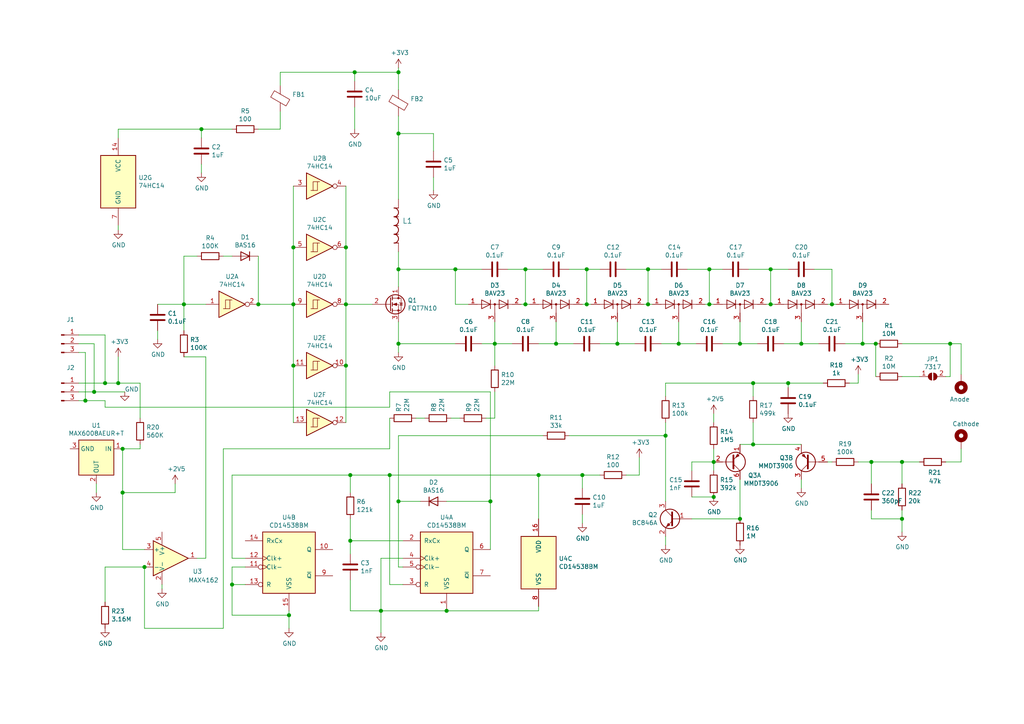
<source format=kicad_sch>
(kicad_sch (version 20201015) (generator eeschema)
  (paper "A4")
  (title_block (title "SafePulse") (date "2021-01-17") (rev "2.01") (company "SafeCast") (comment 1 "Double Sided Version"))
  (junction (at 24.765 116.205) (diameter 1.016))
  (junction (at 27.305 113.665) (diameter 1.016))
  (junction (at 30.48 111.125) (diameter 1.016))
  (junction (at 34.29 111.125) (diameter 1.016))
  (junction (at 35.56 130.175) (diameter 1.016))
  (junction (at 35.56 142.875) (diameter 1.016))
  (junction (at 41.91 164.465) (diameter 1.016))
  (junction (at 53.34 88.265) (diameter 1.016))
  (junction (at 58.42 37.465) (diameter 1.016))
  (junction (at 67.31 169.545) (diameter 1.016))
  (junction (at 74.93 88.265) (diameter 1.016))
  (junction (at 83.82 178.435) (diameter 1.016))
  (junction (at 85.09 71.755) (diameter 1.016))
  (junction (at 85.09 88.265) (diameter 1.016))
  (junction (at 85.09 106.045) (diameter 1.016))
  (junction (at 100.33 71.755) (diameter 1.016))
  (junction (at 100.33 88.265) (diameter 1.016))
  (junction (at 100.33 106.045) (diameter 1.016))
  (junction (at 101.6 137.795) (diameter 1.016))
  (junction (at 101.6 156.845) (diameter 1.016))
  (junction (at 102.87 20.955) (diameter 1.016))
  (junction (at 110.49 177.165) (diameter 1.016))
  (junction (at 113.03 137.795) (diameter 1.016))
  (junction (at 115.57 20.955) (diameter 1.016))
  (junction (at 115.57 38.735) (diameter 1.016))
  (junction (at 115.57 78.105) (diameter 1.016))
  (junction (at 115.57 99.695) (diameter 1.016))
  (junction (at 115.57 145.415) (diameter 1.016))
  (junction (at 129.54 177.165) (diameter 1.016))
  (junction (at 132.08 78.105) (diameter 1.016))
  (junction (at 142.24 145.415) (diameter 1.016))
  (junction (at 143.51 99.695) (diameter 1.016))
  (junction (at 152.4 78.105) (diameter 1.016))
  (junction (at 152.4 88.265) (diameter 1.016))
  (junction (at 156.21 137.795) (diameter 1.016))
  (junction (at 161.29 99.695) (diameter 1.016))
  (junction (at 168.91 137.795) (diameter 1.016))
  (junction (at 170.18 78.105) (diameter 1.016))
  (junction (at 170.18 88.265) (diameter 1.016))
  (junction (at 179.07 99.695) (diameter 1.016))
  (junction (at 187.96 78.105) (diameter 1.016))
  (junction (at 187.96 88.265) (diameter 1.016))
  (junction (at 193.04 126.365) (diameter 1.016))
  (junction (at 196.85 99.695) (diameter 1.016))
  (junction (at 205.74 78.105) (diameter 1.016))
  (junction (at 205.74 88.265) (diameter 1.016))
  (junction (at 207.01 133.985) (diameter 1.016))
  (junction (at 207.01 144.145) (diameter 1.016))
  (junction (at 214.63 99.695) (diameter 1.016))
  (junction (at 214.63 150.495) (diameter 1.016))
  (junction (at 218.44 111.125) (diameter 1.016))
  (junction (at 218.44 128.905) (diameter 1.016))
  (junction (at 223.52 78.105) (diameter 1.016))
  (junction (at 223.52 88.265) (diameter 1.016))
  (junction (at 228.6 111.125) (diameter 1.016))
  (junction (at 232.41 99.695) (diameter 1.016))
  (junction (at 241.3 88.265) (diameter 1.016))
  (junction (at 250.19 99.695) (diameter 1.016))
  (junction (at 252.73 133.985) (diameter 1.016))
  (junction (at 254 99.695) (diameter 1.016))
  (junction (at 261.62 133.985) (diameter 1.016))
  (junction (at 261.62 150.495) (diameter 1.016))
  (junction (at 275.59 99.695) (diameter 1.016))
  (wire (pts (xy 22.86 97.155) (xy 30.48 97.155)))
  (wire (pts (xy 22.86 99.695) (xy 27.305 99.695)))
  (wire (pts (xy 22.86 102.235) (xy 24.765 102.235)))
  (wire (pts (xy 22.86 111.125) (xy 30.48 111.125)))
  (wire (pts (xy 22.86 113.665) (xy 27.305 113.665)))
  (wire (pts (xy 22.86 116.205) (xy 24.765 116.205)))
  (wire (pts (xy 24.765 102.235) (xy 24.765 116.205)))
  (wire (pts (xy 24.765 116.205) (xy 30.48 116.205)))
  (wire (pts (xy 27.305 99.695) (xy 27.305 113.665)))
  (wire (pts (xy 27.305 113.665) (xy 36.195 113.665)))
  (wire (pts (xy 27.94 142.875) (xy 27.94 140.335)))
  (wire (pts (xy 30.48 97.155) (xy 30.48 111.125)))
  (wire (pts (xy 30.48 111.125) (xy 34.29 111.125)))
  (wire (pts (xy 30.48 118.11) (xy 30.48 116.205)))
  (wire (pts (xy 30.48 118.11) (xy 113.03 118.11)))
  (wire (pts (xy 30.48 164.465) (xy 30.48 174.625)))
  (wire (pts (xy 34.29 37.465) (xy 34.29 40.005)))
  (wire (pts (xy 34.29 65.405) (xy 34.29 66.675)))
  (wire (pts (xy 34.29 103.505) (xy 34.29 111.125)))
  (wire (pts (xy 34.29 111.125) (xy 40.64 111.125)))
  (wire (pts (xy 35.56 130.175) (xy 35.56 142.875)))
  (wire (pts (xy 35.56 142.875) (xy 35.56 159.385)))
  (wire (pts (xy 40.64 111.125) (xy 40.64 121.285)))
  (wire (pts (xy 40.64 128.905) (xy 40.64 130.175)))
  (wire (pts (xy 40.64 130.175) (xy 35.56 130.175)))
  (wire (pts (xy 41.91 159.385) (xy 35.56 159.385)))
  (wire (pts (xy 41.91 164.465) (xy 30.48 164.465)))
  (wire (pts (xy 41.91 182.245) (xy 41.91 164.465)))
  (wire (pts (xy 45.72 88.265) (xy 53.34 88.265)))
  (wire (pts (xy 45.72 95.885) (xy 45.72 98.425)))
  (wire (pts (xy 46.99 170.815) (xy 46.99 169.545)))
  (wire (pts (xy 50.8 140.335) (xy 50.8 142.875)))
  (wire (pts (xy 50.8 142.875) (xy 35.56 142.875)))
  (wire (pts (xy 53.34 74.295) (xy 53.34 88.265)))
  (wire (pts (xy 53.34 74.295) (xy 57.15 74.295)))
  (wire (pts (xy 53.34 88.265) (xy 53.34 95.885)))
  (wire (pts (xy 53.34 88.265) (xy 59.69 88.265)))
  (wire (pts (xy 57.15 161.925) (xy 59.69 161.925)))
  (wire (pts (xy 58.42 37.465) (xy 34.29 37.465)))
  (wire (pts (xy 58.42 40.005) (xy 58.42 37.465)))
  (wire (pts (xy 58.42 50.165) (xy 58.42 47.625)))
  (wire (pts (xy 59.69 103.505) (xy 53.34 103.505)))
  (wire (pts (xy 59.69 161.925) (xy 59.69 103.505)))
  (wire (pts (xy 64.77 74.295) (xy 67.31 74.295)))
  (wire (pts (xy 64.77 130.175) (xy 64.77 182.245)))
  (wire (pts (xy 64.77 130.175) (xy 113.03 130.175)))
  (wire (pts (xy 64.77 182.245) (xy 41.91 182.245)))
  (wire (pts (xy 67.31 37.465) (xy 58.42 37.465)))
  (wire (pts (xy 67.31 137.795) (xy 67.31 161.925)))
  (wire (pts (xy 67.31 161.925) (xy 71.12 161.925)))
  (wire (pts (xy 67.31 164.465) (xy 67.31 169.545)))
  (wire (pts (xy 67.31 169.545) (xy 67.31 178.435)))
  (wire (pts (xy 67.31 178.435) (xy 83.82 178.435)))
  (wire (pts (xy 71.12 164.465) (xy 67.31 164.465)))
  (wire (pts (xy 71.12 169.545) (xy 67.31 169.545)))
  (wire (pts (xy 74.93 37.465) (xy 81.28 37.465)))
  (wire (pts (xy 74.93 74.295) (xy 74.93 88.265)))
  (wire (pts (xy 74.93 88.265) (xy 85.09 88.265)))
  (wire (pts (xy 81.28 20.955) (xy 102.87 20.955)))
  (wire (pts (xy 81.28 24.765) (xy 81.28 20.955)))
  (wire (pts (xy 81.28 37.465) (xy 81.28 32.385)))
  (wire (pts (xy 83.82 178.435) (xy 83.82 177.165)))
  (wire (pts (xy 83.82 182.245) (xy 83.82 178.435)))
  (wire (pts (xy 85.09 53.975) (xy 85.09 71.755)))
  (wire (pts (xy 85.09 71.755) (xy 85.09 88.265)))
  (wire (pts (xy 85.09 88.265) (xy 85.09 106.045)))
  (wire (pts (xy 85.09 106.045) (xy 85.09 122.555)))
  (wire (pts (xy 100.33 53.975) (xy 100.33 71.755)))
  (wire (pts (xy 100.33 71.755) (xy 100.33 88.265)))
  (wire (pts (xy 100.33 88.265) (xy 100.33 106.045)))
  (wire (pts (xy 100.33 88.265) (xy 107.95 88.265)))
  (wire (pts (xy 100.33 106.045) (xy 100.33 122.555)))
  (wire (pts (xy 101.6 137.795) (xy 67.31 137.795)))
  (wire (pts (xy 101.6 142.875) (xy 101.6 137.795)))
  (wire (pts (xy 101.6 150.495) (xy 101.6 156.845)))
  (wire (pts (xy 101.6 156.845) (xy 101.6 160.655)))
  (wire (pts (xy 101.6 168.275) (xy 101.6 177.165)))
  (wire (pts (xy 101.6 177.165) (xy 110.49 177.165)))
  (wire (pts (xy 102.87 20.955) (xy 115.57 20.955)))
  (wire (pts (xy 102.87 23.495) (xy 102.87 20.955)))
  (wire (pts (xy 102.87 31.115) (xy 102.87 37.465)))
  (wire (pts (xy 110.49 161.925) (xy 110.49 177.165)))
  (wire (pts (xy 110.49 177.165) (xy 110.49 183.515)))
  (wire (pts (xy 110.49 177.165) (xy 129.54 177.165)))
  (wire (pts (xy 113.03 113.665) (xy 142.24 113.665)))
  (wire (pts (xy 113.03 118.11) (xy 113.03 113.665)))
  (wire (pts (xy 113.03 130.175) (xy 113.03 121.285)))
  (wire (pts (xy 113.03 137.795) (xy 101.6 137.795)))
  (wire (pts (xy 113.03 137.795) (xy 156.21 137.795)))
  (wire (pts (xy 113.03 169.545) (xy 113.03 137.795)))
  (wire (pts (xy 115.57 20.955) (xy 115.57 19.685)))
  (wire (pts (xy 115.57 26.035) (xy 115.57 20.955)))
  (wire (pts (xy 115.57 33.655) (xy 115.57 38.735)))
  (wire (pts (xy 115.57 38.735) (xy 115.57 57.785)))
  (wire (pts (xy 115.57 73.025) (xy 115.57 78.105)))
  (wire (pts (xy 115.57 78.105) (xy 132.08 78.105)))
  (wire (pts (xy 115.57 83.185) (xy 115.57 78.105)))
  (wire (pts (xy 115.57 93.345) (xy 115.57 99.695)))
  (wire (pts (xy 115.57 99.695) (xy 132.08 99.695)))
  (wire (pts (xy 115.57 102.235) (xy 115.57 99.695)))
  (wire (pts (xy 115.57 126.365) (xy 157.48 126.365)))
  (wire (pts (xy 115.57 145.415) (xy 115.57 126.365)))
  (wire (pts (xy 115.57 145.415) (xy 121.92 145.415)))
  (wire (pts (xy 115.57 164.465) (xy 115.57 145.415)))
  (wire (pts (xy 116.84 156.845) (xy 101.6 156.845)))
  (wire (pts (xy 116.84 161.925) (xy 110.49 161.925)))
  (wire (pts (xy 116.84 164.465) (xy 115.57 164.465)))
  (wire (pts (xy 116.84 169.545) (xy 113.03 169.545)))
  (wire (pts (xy 120.65 121.285) (xy 123.19 121.285)))
  (wire (pts (xy 125.73 38.735) (xy 115.57 38.735)))
  (wire (pts (xy 125.73 43.815) (xy 125.73 38.735)))
  (wire (pts (xy 125.73 55.245) (xy 125.73 51.435)))
  (wire (pts (xy 129.54 145.415) (xy 142.24 145.415)))
  (wire (pts (xy 129.54 177.165) (xy 156.21 177.165)))
  (wire (pts (xy 130.81 121.285) (xy 133.35 121.285)))
  (wire (pts (xy 132.08 78.105) (xy 132.08 88.265)))
  (wire (pts (xy 135.89 88.265) (xy 132.08 88.265)))
  (wire (pts (xy 139.7 78.105) (xy 132.08 78.105)))
  (wire (pts (xy 139.7 99.695) (xy 143.51 99.695)))
  (wire (pts (xy 140.97 121.285) (xy 143.51 121.285)))
  (wire (pts (xy 142.24 113.665) (xy 142.24 145.415)))
  (wire (pts (xy 142.24 145.415) (xy 142.24 159.385)))
  (wire (pts (xy 143.51 93.345) (xy 143.51 99.695)))
  (wire (pts (xy 143.51 99.695) (xy 148.59 99.695)))
  (wire (pts (xy 143.51 106.045) (xy 143.51 99.695)))
  (wire (pts (xy 143.51 113.665) (xy 143.51 121.285)))
  (wire (pts (xy 151.13 88.265) (xy 152.4 88.265)))
  (wire (pts (xy 152.4 78.105) (xy 147.32 78.105)))
  (wire (pts (xy 152.4 88.265) (xy 152.4 78.105)))
  (wire (pts (xy 152.4 88.265) (xy 153.67 88.265)))
  (wire (pts (xy 156.21 99.695) (xy 161.29 99.695)))
  (wire (pts (xy 156.21 137.795) (xy 168.91 137.795)))
  (wire (pts (xy 156.21 150.495) (xy 156.21 137.795)))
  (wire (pts (xy 156.21 177.165) (xy 156.21 175.895)))
  (wire (pts (xy 157.48 78.105) (xy 152.4 78.105)))
  (wire (pts (xy 161.29 93.345) (xy 161.29 99.695)))
  (wire (pts (xy 161.29 99.695) (xy 166.37 99.695)))
  (wire (pts (xy 165.1 78.105) (xy 170.18 78.105)))
  (wire (pts (xy 165.1 126.365) (xy 193.04 126.365)))
  (wire (pts (xy 168.91 88.265) (xy 170.18 88.265)))
  (wire (pts (xy 168.91 137.795) (xy 173.99 137.795)))
  (wire (pts (xy 168.91 141.605) (xy 168.91 137.795)))
  (wire (pts (xy 168.91 149.225) (xy 168.91 151.765)))
  (wire (pts (xy 170.18 78.105) (xy 173.99 78.105)))
  (wire (pts (xy 170.18 88.265) (xy 170.18 78.105)))
  (wire (pts (xy 170.18 88.265) (xy 171.45 88.265)))
  (wire (pts (xy 173.99 99.695) (xy 179.07 99.695)))
  (wire (pts (xy 179.07 93.345) (xy 179.07 99.695)))
  (wire (pts (xy 179.07 99.695) (xy 184.15 99.695)))
  (wire (pts (xy 181.61 78.105) (xy 187.96 78.105)))
  (wire (pts (xy 181.61 137.795) (xy 185.42 137.795)))
  (wire (pts (xy 185.42 137.795) (xy 185.42 132.715)))
  (wire (pts (xy 186.69 88.265) (xy 187.96 88.265)))
  (wire (pts (xy 187.96 78.105) (xy 191.77 78.105)))
  (wire (pts (xy 187.96 88.265) (xy 187.96 78.105)))
  (wire (pts (xy 187.96 88.265) (xy 189.23 88.265)))
  (wire (pts (xy 191.77 99.695) (xy 196.85 99.695)))
  (wire (pts (xy 193.04 111.125) (xy 193.04 114.935)))
  (wire (pts (xy 193.04 111.125) (xy 218.44 111.125)))
  (wire (pts (xy 193.04 122.555) (xy 193.04 126.365)))
  (wire (pts (xy 193.04 126.365) (xy 193.04 145.415)))
  (wire (pts (xy 193.04 158.115) (xy 193.04 155.575)))
  (wire (pts (xy 196.85 93.345) (xy 196.85 99.695)))
  (wire (pts (xy 196.85 99.695) (xy 201.93 99.695)))
  (wire (pts (xy 199.39 78.105) (xy 205.74 78.105)))
  (wire (pts (xy 200.66 133.985) (xy 207.01 133.985)))
  (wire (pts (xy 200.66 136.525) (xy 200.66 133.985)))
  (wire (pts (xy 200.66 144.145) (xy 207.01 144.145)))
  (wire (pts (xy 200.66 150.495) (xy 214.63 150.495)))
  (wire (pts (xy 204.47 88.265) (xy 205.74 88.265)))
  (wire (pts (xy 205.74 78.105) (xy 209.55 78.105)))
  (wire (pts (xy 205.74 88.265) (xy 205.74 78.105)))
  (wire (pts (xy 205.74 88.265) (xy 207.01 88.265)))
  (wire (pts (xy 207.01 120.015) (xy 207.01 122.555)))
  (wire (pts (xy 207.01 130.175) (xy 207.01 133.985)))
  (wire (pts (xy 207.01 133.985) (xy 207.01 136.525)))
  (wire (pts (xy 209.55 99.695) (xy 214.63 99.695)))
  (wire (pts (xy 214.63 93.345) (xy 214.63 99.695)))
  (wire (pts (xy 214.63 99.695) (xy 219.71 99.695)))
  (wire (pts (xy 214.63 128.905) (xy 218.44 128.905)))
  (wire (pts (xy 214.63 139.065) (xy 214.63 150.495)))
  (wire (pts (xy 217.17 78.105) (xy 223.52 78.105)))
  (wire (pts (xy 218.44 111.125) (xy 218.44 114.935)))
  (wire (pts (xy 218.44 111.125) (xy 228.6 111.125)))
  (wire (pts (xy 218.44 122.555) (xy 218.44 128.905)))
  (wire (pts (xy 218.44 128.905) (xy 232.41 128.905)))
  (wire (pts (xy 222.25 88.265) (xy 223.52 88.265)))
  (wire (pts (xy 223.52 78.105) (xy 228.6 78.105)))
  (wire (pts (xy 223.52 88.265) (xy 223.52 78.105)))
  (wire (pts (xy 223.52 88.265) (xy 224.79 88.265)))
  (wire (pts (xy 227.33 99.695) (xy 232.41 99.695)))
  (wire (pts (xy 228.6 111.125) (xy 228.6 112.395)))
  (wire (pts (xy 228.6 111.125) (xy 238.76 111.125)))
  (wire (pts (xy 232.41 93.345) (xy 232.41 99.695)))
  (wire (pts (xy 232.41 99.695) (xy 237.49 99.695)))
  (wire (pts (xy 232.41 141.605) (xy 232.41 139.065)))
  (wire (pts (xy 236.22 78.105) (xy 241.3 78.105)))
  (wire (pts (xy 240.03 88.265) (xy 241.3 88.265)))
  (wire (pts (xy 240.03 133.985) (xy 241.3 133.985)))
  (wire (pts (xy 241.3 78.105) (xy 241.3 88.265)))
  (wire (pts (xy 241.3 88.265) (xy 242.57 88.265)))
  (wire (pts (xy 245.11 99.695) (xy 250.19 99.695)))
  (wire (pts (xy 246.38 111.125) (xy 248.92 111.125)))
  (wire (pts (xy 248.92 111.125) (xy 248.92 108.585)))
  (wire (pts (xy 248.92 133.985) (xy 252.73 133.985)))
  (wire (pts (xy 250.19 93.345) (xy 250.19 99.695)))
  (wire (pts (xy 250.19 99.695) (xy 254 99.695)))
  (wire (pts (xy 252.73 133.985) (xy 252.73 140.335)))
  (wire (pts (xy 252.73 133.985) (xy 261.62 133.985)))
  (wire (pts (xy 252.73 147.955) (xy 252.73 150.495)))
  (wire (pts (xy 252.73 150.495) (xy 261.62 150.495)))
  (wire (pts (xy 254 109.22) (xy 254 99.695)))
  (wire (pts (xy 261.62 99.695) (xy 275.59 99.695)))
  (wire (pts (xy 261.62 109.22) (xy 266.7 109.22)))
  (wire (pts (xy 261.62 133.985) (xy 261.62 140.335)))
  (wire (pts (xy 261.62 133.985) (xy 266.7 133.985)))
  (wire (pts (xy 261.62 147.955) (xy 261.62 150.495)))
  (wire (pts (xy 261.62 150.495) (xy 261.62 154.305)))
  (wire (pts (xy 274.32 109.22) (xy 275.59 109.22)))
  (wire (pts (xy 274.32 133.985) (xy 278.765 133.985)))
  (wire (pts (xy 275.59 99.695) (xy 278.765 99.695)))
  (wire (pts (xy 275.59 109.22) (xy 275.59 99.695)))
  (wire (pts (xy 278.765 99.695) (xy 278.765 108.585)))
  (wire (pts (xy 278.765 133.985) (xy 278.765 130.175)))
  (symbol (lib_id "power:+3.3V") (at 34.29 103.505 0) (unit 1)
    (property "Reference" "#PWR04" (effects hide))
    (property "Value" "+3.3V" (at 34.671 99.1108 0))
  )
  (symbol (lib_id "power:+2V5") (at 50.8 140.335 0) (unit 1)
    (property "Reference" "#PWR08" (effects hide))
    (property "Value" "+2V5" (at 51.1683 136.0106 0))
  )
  (symbol (lib_id "power:+3.3V") (at 115.57 19.685 0) (unit 1)
    (property "Reference" "#PWR013" (effects hide))
    (property "Value" "+3.3V" (at 115.951 15.2908 0))
  )
  (symbol (lib_id "power:+3.3V") (at 185.42 132.715 0) (unit 1)
    (property "Reference" "#PWR017" (effects hide))
    (property "Value" "+3.3V" (at 185.801 128.3208 0))
  )
  (symbol (lib_id "power:+2V5") (at 207.01 120.015 0) (unit 1)
    (property "Reference" "#PWR019" (effects hide))
    (property "Value" "+2V5" (at 207.3783 115.6906 0))
  )
  (symbol (lib_id "power:+3V3") (at 248.92 108.585 0) (unit 1)
    (property "Reference" "#PWR024" (effects hide))
    (property "Value" "+3V3" (at 249.2883 104.2606 0))
  )
  (symbol (lib_id "power:GND") (at 27.94 142.875 0) (unit 1)
    (property "Reference" "#PWR01" (effects hide))
    (property "Value" "GND" (at 28.067 147.2692 0))
  )
  (symbol (lib_id "power:GND") (at 30.48 182.245 0) (unit 1)
    (property "Reference" "#PWR02" (effects hide))
    (property "Value" "GND" (at 30.607 186.6392 0))
  )
  (symbol (lib_id "power:GND") (at 34.29 66.675 0) (unit 1)
    (property "Reference" "#PWR03" (effects hide))
    (property "Value" "GND" (at 34.417 71.0692 0))
  )
  (symbol (lib_id "power:GND") (at 36.195 113.665 0) (unit 1)
    (property "Reference" "#PWR05" (effects hide))
    (property "Value" "GND" (at 38.2143 112.9094 0))
  )
  (symbol (lib_id "power:GND") (at 45.72 98.425 0) (unit 1)
    (property "Reference" "#PWR06" (effects hide))
    (property "Value" "GND" (at 45.847 102.8192 0))
  )
  (symbol (lib_id "power:GND") (at 46.99 170.815 0) (unit 1)
    (property "Reference" "#PWR07" (effects hide))
    (property "Value" "GND" (at 47.117 175.2092 0))
  )
  (symbol (lib_id "power:GND") (at 58.42 50.165 0) (unit 1)
    (property "Reference" "#PWR09" (effects hide))
    (property "Value" "GND" (at 58.547 54.5592 0))
  )
  (symbol (lib_id "power:GND") (at 83.82 182.245 0) (unit 1)
    (property "Reference" "#PWR010" (effects hide))
    (property "Value" "GND" (at 83.947 186.6392 0))
  )
  (symbol (lib_id "power:GND") (at 102.87 37.465 0) (unit 1)
    (property "Reference" "#PWR011" (effects hide))
    (property "Value" "GND" (at 102.997 41.8592 0))
  )
  (symbol (lib_id "power:GND") (at 110.49 183.515 0) (unit 1)
    (property "Reference" "#PWR012" (effects hide))
    (property "Value" "GND" (at 110.617 187.9092 0))
  )
  (symbol (lib_id "power:GND") (at 115.57 102.235 0) (unit 1)
    (property "Reference" "#PWR014" (effects hide))
    (property "Value" "GND" (at 115.697 106.6292 0))
  )
  (symbol (lib_id "power:GND") (at 125.73 55.245 0) (unit 1)
    (property "Reference" "#PWR015" (effects hide))
    (property "Value" "GND" (at 125.857 59.6392 0))
  )
  (symbol (lib_id "power:GND") (at 168.91 151.765 0) (unit 1)
    (property "Reference" "#PWR016" (effects hide))
    (property "Value" "GND" (at 169.037 156.1592 0))
  )
  (symbol (lib_id "power:GND") (at 193.04 158.115 0) (unit 1)
    (property "Reference" "#PWR018" (effects hide))
    (property "Value" "GND" (at 193.167 162.5092 0))
  )
  (symbol (lib_id "power:GND") (at 207.01 144.145 0) (unit 1)
    (property "Reference" "#PWR020" (effects hide))
    (property "Value" "GND" (at 207.1243 148.4694 0))
  )
  (symbol (lib_id "power:GND") (at 214.63 158.115 0) (unit 1)
    (property "Reference" "#PWR021" (effects hide))
    (property "Value" "GND" (at 214.7443 162.4394 0))
  )
  (symbol (lib_id "power:GND") (at 228.6 120.015 0) (unit 1)
    (property "Reference" "#PWR022" (effects hide))
    (property "Value" "GND" (at 228.7143 124.3394 0))
  )
  (symbol (lib_id "power:GND") (at 232.41 141.605 0) (unit 1)
    (property "Reference" "#PWR023" (effects hide))
    (property "Value" "GND" (at 232.537 145.9992 0))
  )
  (symbol (lib_id "power:GND") (at 261.62 154.305 0) (unit 1)
    (property "Reference" "#PWR025" (effects hide))
    (property "Value" "GND" (at 261.7343 158.6294 0))
  )
  (symbol (lib_id "Device:R") (at 30.48 178.435 0) (unit 1)
    (property "Reference" "R23" (at 32.258 177.267 0) (effects (justify left)))
    (property "Value" "3.16M" (at 32.258 179.578 0) (effects (justify left)))
    (property "Footprint" "Resistor_SMD:R_0805_2012Metric" (effects hide))
    (property "Datasheet" "https://www.digikey.com/en/products/detail/yageo/RC0805FR-073M16L/727809" (effects hide))
  )
  (symbol (lib_id "Device:R") (at 40.64 125.095 0) (unit 1)
    (property "Reference" "R20" (at 42.418 123.927 0) (effects (justify left)))
    (property "Value" "560K" (at 42.418 126.238 0) (effects (justify left)))
    (property "Footprint" "Resistor_SMD:R_0805_2012Metric" (effects hide))
    (property "Datasheet" "https://www.digikey.com/en/products/detail/yageo/RT0805FRE07560KL/1079317" (effects hide))
  )
  (symbol (lib_id "Device:R") (at 53.34 99.695 0) (unit 1)
    (property "Reference" "R3" (at 55.118 98.5266 0) (effects (justify left)))
    (property "Value" "100K" (at 55.118 100.838 0) (effects (justify left)))
    (property "Footprint" "Resistor_SMD:R_0805_2012Metric" (effects hide))
    (property "Datasheet" "https://www.digikey.com/en/products/detail/stackpole-electronics-inc/RMCF0805FT100K/1760712" (effects hide))
  )
  (symbol (lib_id "Device:R") (at 60.96 74.295 90) (unit 1)
    (property "Reference" "R4" (at 60.96 69.0372 90))
    (property "Value" "100K" (at 60.96 71.3486 90))
    (property "Footprint" "Resistor_SMD:R_0805_2012Metric" (effects hide))
    (property "Datasheet" "https://www.digikey.com/en/products/detail/stackpole-electronics-inc/RMCF0805FT100K/1760712" (effects hide))
  )
  (symbol (lib_id "Device:R") (at 71.12 37.465 90) (unit 1)
    (property "Reference" "R5" (at 71.12 32.2072 90))
    (property "Value" "100" (at 71.12 34.519 90))
    (property "Footprint" "Resistor_SMD:R_0805_2012Metric" (effects hide))
    (property "Datasheet" "https://www.digikey.com/en/products/detail/te-connectivity-passive-product/CRG0805F100R/2380830" (effects hide))
  )
  (symbol (lib_id "Device:R") (at 101.6 146.685 0) (unit 1)
    (property "Reference" "R6" (at 103.378 145.5166 0) (effects (justify left)))
    (property "Value" "121k" (at 103.378 147.828 0) (effects (justify left)))
    (property "Footprint" "Resistor_SMD:R_0805_2012Metric" (effects hide))
    (property "Datasheet" "https://www.digikey.com/en/products/detail/koa-speer-electronics-inc/RK73H2ATTD1213F/10235721" (effects hide))
  )
  (symbol (lib_id "Device:R") (at 116.84 121.285 90) (unit 1)
    (property "Reference" "R7" (at 115.6716 119.507 0) (effects (justify left)))
    (property "Value" "22M" (at 117.983 119.507 0) (effects (justify left)))
    (property "Footprint" "Resistor_SMD:R_0805_2012Metric" (effects hide))
    (property "Datasheet" "https://www.digikey.com/en/products/detail/stackpole-electronics-inc/RMCF0805FT22M0/6053747" (effects hide))
  )
  (symbol (lib_id "Device:R") (at 127 121.285 90) (unit 1)
    (property "Reference" "R8" (at 125.8316 119.507 0) (effects (justify left)))
    (property "Value" "22M" (at 128.143 119.507 0) (effects (justify left)))
    (property "Footprint" "Resistor_SMD:R_0805_2012Metric" (effects hide))
    (property "Datasheet" "https://www.digikey.com/en/products/detail/stackpole-electronics-inc/RMCF0805FT22M0/6053747" (effects hide))
  )
  (symbol (lib_id "Device:R") (at 137.16 121.285 90) (unit 1)
    (property "Reference" "R9" (at 135.9916 119.507 0) (effects (justify left)))
    (property "Value" "22M" (at 138.303 119.507 0) (effects (justify left)))
    (property "Footprint" "Resistor_SMD:R_0805_2012Metric" (effects hide))
    (property "Datasheet" "https://www.digikey.com/en/products/detail/stackpole-electronics-inc/RMCF0805FT22M0/6053747" (effects hide))
  )
  (symbol (lib_id "Device:R") (at 143.51 109.855 0) (unit 1)
    (property "Reference" "R10" (at 145.288 108.6866 0) (effects (justify left)))
    (property "Value" "22M" (at 145.288 110.998 0) (effects (justify left)))
    (property "Footprint" "Resistor_SMD:R_0805_2012Metric" (effects hide))
    (property "Datasheet" "https://www.digikey.com/en/products/detail/stackpole-electronics-inc/RMCF0805FT22M0/6053747" (effects hide))
  )
  (symbol (lib_id "Device:R") (at 161.29 126.365 90) (unit 1)
    (property "Reference" "R11" (at 161.29 121.1072 90))
    (property "Value" "33k" (at 161.29 123.4186 90))
    (property "Footprint" "Resistor_SMD:R_0805_2012Metric" (effects hide))
    (property "Datasheet" "https://www.digikey.com/en/products/detail/te-connectivity-passive-product/CRGCQ0805F33K/8576369" (effects hide))
  )
  (symbol (lib_id "Device:R") (at 177.8 137.795 270) (unit 1)
    (property "Reference" "R12" (at 177.8 132.5372 90))
    (property "Value" "100" (at 177.8 134.8486 90))
    (property "Footprint" "Resistor_SMD:R_0805_2012Metric" (effects hide))
    (property "Datasheet" "https://www.digikey.com/en/products/detail/te-connectivity-passive-product/CRG0805F100R/2380830" (effects hide))
  )
  (symbol (lib_id "Device:R") (at 193.04 118.745 0) (unit 1)
    (property "Reference" "R13" (at 194.8181 117.5956 0) (effects (justify left)))
    (property "Value" "100k" (at 194.818 119.894 0) (effects (justify left)))
    (property "Footprint" "Resistor_SMD:R_0805_2012Metric" (effects hide))
    (property "Datasheet" "https://www.digikey.com/en/products/detail/stackpole-electronics-inc/RMCF0805FT100K/1760712" (effects hide))
  )
  (symbol (lib_id "Device:R") (at 207.01 126.365 0) (unit 1)
    (property "Reference" "R14" (at 208.7881 125.2156 0) (effects (justify left)))
    (property "Value" "1M5" (at 208.788 127.514 0) (effects (justify left)))
    (property "Footprint" "Resistor_SMD:R_0805_2012Metric" (effects hide))
    (property "Datasheet" "https://www.digikey.com/en/products/detail/vishay-dale/CRCW08051M50FKEA/1176034" (effects hide))
  )
  (symbol (lib_id "Device:R") (at 207.01 140.335 0) (unit 1)
    (property "Reference" "R15" (at 208.7881 139.1856 0) (effects (justify left)))
    (property "Value" "392k" (at 208.788 141.484 0) (effects (justify left)))
    (property "Footprint" "Resistor_SMD:R_0805_2012Metric" (effects hide))
    (property "Datasheet" "https://www.digikey.com/en/products/detail/yageo/RC0805FR-07392KL/727905" (effects hide))
  )
  (symbol (lib_id "Device:R") (at 214.63 154.305 0) (unit 1)
    (property "Reference" "R16" (at 216.4081 153.1556 0) (effects (justify left)))
    (property "Value" "1M" (at 216.408 155.454 0) (effects (justify left)))
    (property "Footprint" "Resistor_SMD:R_0805_2012Metric" (effects hide))
    (property "Datasheet" "https://www.digikey.com/en/products/detail/yageo/RT0805FRE071ML/1079056" (effects hide))
  )
  (symbol (lib_id "Device:R") (at 218.44 118.745 0) (unit 1)
    (property "Reference" "R17" (at 220.2181 117.5956 0) (effects (justify left)))
    (property "Value" "499k" (at 220.218 119.894 0) (effects (justify left)))
    (property "Footprint" "Resistor_SMD:R_0805_2012Metric" (effects hide))
    (property "Datasheet" "https://www.digikey.com/en/products/detail/stackpole-electronics-inc/RMCF0805FT499K/1760301" (effects hide))
  )
  (symbol (lib_id "Device:R") (at 242.57 111.125 90) (unit 1)
    (property "Reference" "R18" (at 242.57 105.8988 90))
    (property "Value" "1k" (at 242.57 108.197 90))
    (property "Footprint" "Resistor_SMD:R_0805_2012Metric" (effects hide))
    (property "Datasheet" "https://www.digikey.com/en/products/detail/yageo/RT0805FRE071KL/1079055" (effects hide))
  )
  (symbol (lib_id "Device:R") (at 245.11 133.985 90) (unit 1)
    (property "Reference" "R19" (at 245.11 128.7588 90))
    (property "Value" "100k" (at 245.11 131.058 90))
    (property "Footprint" "Resistor_SMD:R_0805_2012Metric" (effects hide))
    (property "Datasheet" "https://www.digikey.com/en/products/detail/stackpole-electronics-inc/RMCF0805FT100K/1760712" (effects hide))
  )
  (symbol (lib_id "Device:R") (at 257.81 99.695 90) (unit 1)
    (property "Reference" "R1" (at 257.81 94.437 90))
    (property "Value" "10M" (at 257.81 96.749 90))
    (property "Footprint" "Resistor_SMD:R_1206_3216Metric" (effects hide))
    (property "Datasheet" "https://www.digikey.com/en/products/detail/yageo/RC1206FR-0710ML/728484" (effects hide))
  )
  (symbol (lib_id "Device:R") (at 257.81 109.22 90) (unit 1)
    (property "Reference" "R2" (at 257.81 103.962 90))
    (property "Value" "10M" (at 257.81 106.274 90))
    (property "Footprint" "Resistor_SMD:R_1206_3216Metric" (effects hide))
    (property "Datasheet" "https://www.digikey.com/en/products/detail/yageo/RC1206FR-0710ML/728484" (effects hide))
  )
  (symbol (lib_id "Device:R") (at 261.62 144.145 0) (unit 1)
    (property "Reference" "R22" (at 263.3981 142.9956 0) (effects (justify left)))
    (property "Value" "20k" (at 263.398 145.294 0) (effects (justify left)))
    (property "Footprint" "Resistor_SMD:R_0805_2012Metric" (effects hide))
    (property "Datasheet" "https://www.digikey.com/en/products/detail/panasonic-electronic-components/ERJ-6ENF2002V/111532" (effects hide))
  )
  (symbol (lib_id "Device:R") (at 270.51 133.985 270) (unit 1)
    (property "Reference" "R21" (at 269.1194 137.0331 90) (effects (justify left)))
    (property "Value" "47k" (at 269.361 139.573 90) (effects (justify left)))
    (property "Footprint" "Resistor_SMD:R_0805_2012Metric" (effects hide))
    (property "Datasheet" "https://www.digikey.com/en/products/detail/yageo/RC0805FR-0747KL/727973" (effects hide))
  )
  (symbol (lib_id "Jumper:SolderJumper_2_Open") (at 270.51 109.22 0) (unit 1)
    (property "Reference" "JP1" (at 270.51 104.1208 0))
    (property "Value" "7317" (at 270.51 106.42 0))
    (property "Footprint" "Jumper:SolderJumper-2_P1.3mm_Open_RoundedPad1.0x1.5mm" (effects hide))
  )
  (symbol (lib_id "Mechanical:MountingHole_Pad") (at 278.765 111.125 180) (unit 1)
    (property "Reference" "H2" (effects hide))
    (property "Value" "Anode" (at 281.305 115.818 0) (effects (justify left)))
    (property "Footprint" "TestPoint:TestPoint_Loop_D3.80mm_Drill2.0mm" (effects hide))
  )
  (symbol (lib_id "Mechanical:MountingHole_Pad") (at 278.765 127.635 0) (unit 1)
    (property "Reference" "H1" (effects hide))
    (property "Value" "Cathode" (at 276.225 122.942 0) (effects (justify left)))
    (property "Footprint" "TestPoint:TestPoint_Loop_D3.80mm_Drill2.0mm" (effects hide))
  )
  (symbol (lib_id "Diode:1N4148W") (at 71.12 74.295 180) (unit 1)
    (property "Reference" "D1" (at 71.12 68.7832 0))
    (property "Value" "BAS16" (at 71.12 71.095 0))
    (property "Footprint" "Diode_SMD:D_SOT-23_ANK" (effects hide))
    (property "Datasheet" "https://www.vishay.com/docs/85748/1n4148w.pdf" (effects hide))
  )
  (symbol (lib_id "Diode:1N4148W") (at 125.73 145.415 0) (unit 1)
    (property "Reference" "D2" (at 125.73 139.9032 0))
    (property "Value" "BAS16" (at 125.73 142.2146 0))
    (property "Footprint" "Diode_SMD:D_SOT-23_ANK" (effects hide))
    (property "Datasheet" "https://www.vishay.com/docs/85748/1n4148w.pdf" (effects hide))
  )
  (symbol (lib_id "2021-01-06_02-33-04:NRS6020T2R2NMGJ") (at 115.57 73.025 90) (unit 1)
    (property "Reference" "L1" (at 116.6876 64.0588 90) (effects (font (size 1.524 1.524)) (justify right)))
    (property "Value" "NRS6020T2R2NMGJ" (effects hide))
    (property "Footprint" "Inductor_SMD:L_Taiyo-Yuden_MD-4040" (effects hide))
    (property "Datasheet" "https://www.digikey.com/en/products/detail/taiyo-yuden/NRS6020T2R2NMGJ/2665967" (effects hide))
  )
  (symbol (lib_id "Device:C") (at 45.72 92.075 0) (unit 1)
    (property "Reference" "C1" (at 48.641 90.9066 0) (effects (justify left)))
    (property "Value" "0.1uF" (at 48.641 93.218 0) (effects (justify left)))
    (property "Footprint" "Capacitor_SMD:C_0805_2012Metric" (effects hide))
    (property "Datasheet" "https://www.digikey.com/en/products/detail/tdk-corporation/C2012X7T2E104K125AA/2733184" (effects hide))
  )
  (symbol (lib_id "Device:C") (at 58.42 43.815 0) (unit 1)
    (property "Reference" "C2" (at 61.341 42.6466 0) (effects (justify left)))
    (property "Value" "1uF" (at 61.341 44.958 0) (effects (justify left)))
    (property "Footprint" "Capacitor_SMD:C_0805_2012Metric" (effects hide))
    (property "Datasheet" "https://www.digikey.com/en/products/detail/samsung-electro-mechanics/CL21B105KOFNNNG/3894469" (effects hide))
  )
  (symbol (lib_id "Device:C") (at 101.6 164.465 0) (unit 1)
    (property "Reference" "C3" (at 104.521 163.2966 0) (effects (justify left)))
    (property "Value" "1nF" (at 104.521 165.608 0) (effects (justify left)))
    (property "Footprint" "Capacitor_SMD:C_0805_2012Metric" (effects hide))
    (property "Datasheet" "https://www.digikey.com/en/products/detail/tdk-corporation/C1005X7R1H102K050BA/513719" (effects hide))
  )
  (symbol (lib_id "Device:C") (at 102.87 27.305 0) (unit 1)
    (property "Reference" "C4" (at 105.791 26.1366 0) (effects (justify left)))
    (property "Value" "10uF" (at 105.791 28.448 0) (effects (justify left)))
    (property "Footprint" "Capacitor_SMD:C_1210_3225Metric" (effects hide))
    (property "Datasheet" "https://www.digikey.com/en/products/detail/taiyo-yuden/EMK325BJ106KN-T/930729" (effects hide))
  )
  (symbol (lib_id "Device:C") (at 125.73 47.625 0) (unit 1)
    (property "Reference" "C5" (at 128.651 46.4566 0) (effects (justify left)))
    (property "Value" "1uF" (at 128.651 48.768 0) (effects (justify left)))
    (property "Footprint" "Capacitor_SMD:C_0805_2012Metric" (effects hide))
    (property "Datasheet" "https://www.digikey.com/en/products/detail/samsung-electro-mechanics/CL21B105KOFNNNG/3894469" (effects hide))
  )
  (symbol (lib_id "Device:C") (at 135.89 99.695 90) (unit 1)
    (property "Reference" "C6" (at 135.89 93.2942 90))
    (property "Value" "0.1uF" (at 135.89 95.6056 90))
    (property "Footprint" "Capacitor_SMD:C_0805_2012Metric" (effects hide))
    (property "Datasheet" "https://www.digikey.com/en/products/detail/tdk-corporation/C2012X7T2E104K125AA/2733184" (effects hide))
  )
  (symbol (lib_id "Device:C") (at 143.51 78.105 90) (unit 1)
    (property "Reference" "C7" (at 143.51 71.7042 90))
    (property "Value" "0.1uF" (at 143.51 74.0156 90))
    (property "Footprint" "Capacitor_SMD:C_0805_2012Metric" (effects hide))
    (property "Datasheet" "https://www.digikey.com/en/products/detail/tdk-corporation/C2012X7T2E104K125AA/2733184" (effects hide))
  )
  (symbol (lib_id "Device:C") (at 152.4 99.695 90) (unit 1)
    (property "Reference" "C8" (at 152.4 93.2942 90))
    (property "Value" "0.1uF" (at 152.4 95.6056 90))
    (property "Footprint" "Capacitor_SMD:C_0805_2012Metric" (effects hide))
    (property "Datasheet" "https://www.digikey.com/en/products/detail/tdk-corporation/C2012X7T2E104K125AA/2733184" (effects hide))
  )
  (symbol (lib_id "Device:C") (at 161.29 78.105 90) (unit 1)
    (property "Reference" "C9" (at 161.29 71.7042 90))
    (property "Value" "0.1uF" (at 161.29 74.0156 90))
    (property "Footprint" "Capacitor_SMD:C_0805_2012Metric" (effects hide))
    (property "Datasheet" "https://www.digikey.com/en/products/detail/tdk-corporation/C2012X7T2E104K125AA/2733184" (effects hide))
  )
  (symbol (lib_id "Device:C") (at 168.91 145.415 0) (unit 1)
    (property "Reference" "C10" (at 171.831 144.2466 0) (effects (justify left)))
    (property "Value" "1uF" (at 171.831 146.558 0) (effects (justify left)))
    (property "Footprint" "Capacitor_SMD:C_0805_2012Metric" (effects hide))
    (property "Datasheet" "https://www.digikey.com/en/products/detail/samsung-electro-mechanics/CL21B105KOFNNNG/3894469" (effects hide))
  )
  (symbol (lib_id "Device:C") (at 170.18 99.695 90) (unit 1)
    (property "Reference" "C11" (at 170.18 93.2942 90))
    (property "Value" "0.1uF" (at 170.18 95.6056 90))
    (property "Footprint" "Capacitor_SMD:C_0805_2012Metric" (effects hide))
    (property "Datasheet" "https://www.digikey.com/en/products/detail/tdk-corporation/C2012X7T2E104K125AA/2733184" (effects hide))
  )
  (symbol (lib_id "Device:C") (at 177.8 78.105 90) (unit 1)
    (property "Reference" "C12" (at 177.8 71.7042 90))
    (property "Value" "0.1uF" (at 177.8 74.0156 90))
    (property "Footprint" "Capacitor_SMD:C_0805_2012Metric" (effects hide))
    (property "Datasheet" "https://www.digikey.com/en/products/detail/tdk-corporation/C2012X7T2E104K125AA/2733184" (effects hide))
  )
  (symbol (lib_id "Device:C") (at 187.96 99.695 90) (unit 1)
    (property "Reference" "C13" (at 187.96 93.2942 90))
    (property "Value" "0.1uF" (at 187.96 95.6056 90))
    (property "Footprint" "Capacitor_SMD:C_0805_2012Metric" (effects hide))
    (property "Datasheet" "https://www.digikey.com/en/products/detail/tdk-corporation/C2012X7T2E104K125AA/2733184" (effects hide))
  )
  (symbol (lib_id "Device:C") (at 195.58 78.105 90) (unit 1)
    (property "Reference" "C14" (at 195.58 71.7042 90))
    (property "Value" "0.1uF" (at 195.58 74.0156 90))
    (property "Footprint" "Capacitor_SMD:C_0805_2012Metric" (effects hide))
    (property "Datasheet" "https://www.digikey.com/en/products/detail/tdk-corporation/C2012X7T2E104K125AA/2733184" (effects hide))
  )
  (symbol (lib_id "Device:C") (at 200.66 140.335 0) (unit 1)
    (property "Reference" "C15" (at 194.0561 139.1856 0) (effects (justify left)))
    (property "Value" "1nF" (at 194.056 141.484 0) (effects (justify left)))
    (property "Footprint" "Capacitor_SMD:C_0805_2012Metric" (effects hide))
    (property "Datasheet" "https://www.digikey.com/en/products/detail/tdk-corporation/C1005X7R1H102K050BA/513719" (effects hide))
  )
  (symbol (lib_id "Device:C") (at 205.74 99.695 90) (unit 1)
    (property "Reference" "C16" (at 205.74 93.2942 90))
    (property "Value" "0.1uF" (at 205.74 95.6056 90))
    (property "Footprint" "Capacitor_SMD:C_0805_2012Metric" (effects hide))
    (property "Datasheet" "https://www.digikey.com/en/products/detail/tdk-corporation/C2012X7T2E104K125AA/2733184" (effects hide))
  )
  (symbol (lib_id "Device:C") (at 213.36 78.105 90) (unit 1)
    (property "Reference" "C17" (at 213.36 71.7042 90))
    (property "Value" "0.1uF" (at 213.36 74.0156 90))
    (property "Footprint" "Capacitor_SMD:C_0805_2012Metric" (effects hide))
    (property "Datasheet" "https://www.digikey.com/en/products/detail/tdk-corporation/C2012X7T2E104K125AA/2733184" (effects hide))
  )
  (symbol (lib_id "Device:C") (at 223.52 99.695 90) (unit 1)
    (property "Reference" "C18" (at 223.52 93.2942 90))
    (property "Value" "0.1uF" (at 223.52 95.6056 90))
    (property "Footprint" "Capacitor_SMD:C_0805_2012Metric" (effects hide))
    (property "Datasheet" "https://www.digikey.com/en/products/detail/tdk-corporation/C2012X7T2E104K125AA/2733184" (effects hide))
  )
  (symbol (lib_id "Device:C") (at 228.6 116.205 0) (unit 1)
    (property "Reference" "C19" (at 231.5211 115.0556 0) (effects (justify left)))
    (property "Value" "0.1uF" (at 231.521 117.354 0) (effects (justify left)))
    (property "Footprint" "Capacitor_SMD:C_0805_2012Metric" (effects hide))
    (property "Datasheet" "https://www.digikey.com/en/products/detail/tdk-corporation/C2012X7T2E104K125AA/2733184" (effects hide))
  )
  (symbol (lib_id "Device:C") (at 232.41 78.105 90) (unit 1)
    (property "Reference" "C20" (at 232.41 71.7042 90))
    (property "Value" "0.1uF" (at 232.41 74.0156 90))
    (property "Footprint" "Capacitor_SMD:C_0805_2012Metric" (effects hide))
    (property "Datasheet" "https://www.digikey.com/en/products/detail/tdk-corporation/C2012X7T2E104K125AA/2733184" (effects hide))
  )
  (symbol (lib_id "Device:C") (at 241.3 99.695 90) (unit 1)
    (property "Reference" "C21" (at 241.3 93.2942 90))
    (property "Value" "0.1uF" (at 241.3 95.6056 90))
    (property "Footprint" "Capacitor_SMD:C_0805_2012Metric" (effects hide))
    (property "Datasheet" "https://www.digikey.com/en/products/detail/tdk-corporation/C2012X7T2E104K125AA/2733184" (effects hide))
  )
  (symbol (lib_id "Device:C") (at 252.73 144.145 0) (unit 1)
    (property "Reference" "C22" (at 255.6511 142.9956 0) (effects (justify left)))
    (property "Value" "360pF" (at 255.651 145.294 0) (effects (justify left)))
    (property "Footprint" "Capacitor_SMD:C_0805_2012Metric" (effects hide))
    (property "Datasheet" "https://www.digikey.com/en/products/detail/kemet/C0805C361J1GAC7800/2212653" (effects hide))
  )
  (symbol (lib_id "Connector:Conn_01x03_Male") (at 17.78 99.695 0) (unit 1)
    (property "Reference" "J1" (at 20.472 92.691 0))
    (property "Value" "Conn_01x03_Male" (effects hide))
    (property "Footprint" "Connector_PinHeader_2.54mm:PinHeader_1x03_P2.54mm_Vertical" (effects hide))
  )
  (symbol (lib_id "Connector:Conn_01x03_Male") (at 17.78 113.665 0) (unit 1)
    (property "Reference" "J2" (at 20.472 106.661 0))
    (property "Value" "Conn_01x03_Male" (effects hide))
    (property "Footprint" "Connector_PinHeader_2.54mm:PinHeader_1x03_P2.54mm_Vertical" (effects hide))
  )
  (symbol (lib_id "Device:Ferrite_Bead") (at 81.28 28.575 0) (unit 1)
    (property "Reference" "FB1" (at 84.7598 27.4066 0) (effects (justify left)))
    (property "Value" "BKP2125HS221-T" (effects hide))
    (property "Footprint" "Resistor_SMD:R_0805_2012Metric" (effects hide))
    (property "Datasheet" "https://www.digikey.com/en/products/detail/taiyo-yuden/BKP2125HS221-T/957823" (effects hide))
  )
  (symbol (lib_id "Device:Ferrite_Bead") (at 115.57 29.845 0) (unit 1)
    (property "Reference" "FB2" (at 119.0498 28.6766 0) (effects (justify left)))
    (property "Value" "BKP2125HS221-T" (effects hide))
    (property "Footprint" "Resistor_SMD:R_0805_2012Metric" (effects hide))
    (property "Datasheet" "https://www.digikey.com/en/products/detail/taiyo-yuden/BKP2125HS221-T/957823" (effects hide))
  )
  (symbol (lib_id "Transistor_BJT:BC846") (at 195.58 150.495 0) (mirror y) (unit 1)
    (property "Reference" "Q2" (at 190.7286 149.3266 0) (effects (justify left)))
    (property "Value" "BC846A" (at 190.7286 151.638 0) (effects (justify left)))
    (property "Footprint" "Package_TO_SOT_SMD:SOT-23" (effects hide))
    (property "Datasheet" "https://www.digikey.com/en/products/detail/diodes-incorporated/BC846A-7-F/1934446" (effects hide))
  )
  (symbol (lib_id "Transistor_BJT:MMDT3906") (at 212.09 133.985 0) (mirror x) (unit 1)
    (property "Reference" "Q3" (at 216.9414 137.8966 0) (effects (justify left)))
    (property "Value" "MMDT3906" (at 215.6714 140.208 0) (effects (justify left)))
    (property "Footprint" "Package_TO_SOT_SMD:SOT-363_SC-70-6" (effects hide))
    (property "Datasheet" "https://www.digikey.com/en/products/detail/diodes-incorporated/MMDT3906-7-F/814540" (effects hide))
  )
  (symbol (lib_id "Transistor_BJT:MMDT3906") (at 234.95 133.985 180) (unit 2)
    (property "Reference" "Q3" (at 230.0986 132.8166 0) (effects (justify left)))
    (property "Value" "MMDT3906" (at 230.0986 135.128 0) (effects (justify left)))
    (property "Footprint" "Package_TO_SOT_SMD:SOT-363_SC-70-6" (effects hide))
    (property "Datasheet" "https://www.digikey.com/en/products/detail/diodes-incorporated/MMDT3906-7-F/814540" (effects hide))
  )
  (symbol (lib_id "Diode:BAV99") (at 143.51 88.265 0) (unit 1)
    (property "Reference" "D3" (at 143.51 82.7786 0))
    (property "Value" "BAV23" (at 143.51 85.09 0))
    (property "Footprint" "Package_TO_SOT_SMD:SOT-23" (effects hide))
    (property "Datasheet" "https://www.digikey.com/en/products/detail/tdk-corporation/C2012X7T2E104K125AA/2733184" (effects hide))
  )
  (symbol (lib_id "Diode:BAV99") (at 161.29 88.265 0) (unit 1)
    (property "Reference" "D4" (at 161.29 82.7786 0))
    (property "Value" "BAV23" (at 161.29 85.09 0))
    (property "Footprint" "Package_TO_SOT_SMD:SOT-23" (effects hide))
    (property "Datasheet" "https://www.digikey.com/en/products/detail/tdk-corporation/C2012X7T2E104K125AA/2733184" (effects hide))
  )
  (symbol (lib_id "Diode:BAV99") (at 179.07 88.265 0) (unit 1)
    (property "Reference" "D5" (at 179.07 82.7786 0))
    (property "Value" "BAV23" (at 179.07 85.09 0))
    (property "Footprint" "Package_TO_SOT_SMD:SOT-23" (effects hide))
    (property "Datasheet" "https://www.digikey.com/en/products/detail/tdk-corporation/C2012X7T2E104K125AA/2733184" (effects hide))
  )
  (symbol (lib_id "Diode:BAV99") (at 196.85 88.265 0) (unit 1)
    (property "Reference" "D6" (at 196.85 82.7786 0))
    (property "Value" "BAV23" (at 196.85 85.09 0))
    (property "Footprint" "Package_TO_SOT_SMD:SOT-23" (effects hide))
    (property "Datasheet" "https://www.digikey.com/en/products/detail/tdk-corporation/C2012X7T2E104K125AA/2733184" (effects hide))
  )
  (symbol (lib_id "Diode:BAV99") (at 214.63 88.265 0) (unit 1)
    (property "Reference" "D7" (at 214.63 82.7786 0))
    (property "Value" "BAV23" (at 214.63 85.09 0))
    (property "Footprint" "Package_TO_SOT_SMD:SOT-23" (effects hide))
    (property "Datasheet" "https://www.digikey.com/en/products/detail/tdk-corporation/C2012X7T2E104K125AA/2733184" (effects hide))
  )
  (symbol (lib_id "Diode:BAV99") (at 232.41 88.265 0) (unit 1)
    (property "Reference" "D8" (at 232.41 82.7786 0))
    (property "Value" "BAV23" (at 232.41 85.09 0))
    (property "Footprint" "Package_TO_SOT_SMD:SOT-23" (effects hide))
    (property "Datasheet" "https://www.digikey.com/en/products/detail/tdk-corporation/C2012X7T2E104K125AA/2733184" (effects hide))
  )
  (symbol (lib_id "Diode:BAV99") (at 250.19 88.265 0) (unit 1)
    (property "Reference" "D9" (at 250.19 82.7786 0))
    (property "Value" "BAV23" (at 250.19 85.09 0))
    (property "Footprint" "Package_TO_SOT_SMD:SOT-23" (effects hide))
    (property "Datasheet" "https://www.digikey.com/en/products/detail/tdk-corporation/C2012X7T2E104K125AA/2733184" (effects hide))
  )
  (symbol (lib_id "Transistor_FET:IRF6655") (at 113.03 88.265 0) (unit 1)
    (property "Reference" "Q1" (at 118.237 87.116 0) (effects (justify left)))
    (property "Value" "FQT7N10" (at 118.237 89.414 0) (effects (justify left)))
    (property "Footprint" "Package_TO_SOT_SMD:SOT-223-3_TabPin2" (effects hide))
    (property "Datasheet" "https://www.digikey.com/en/products/detail/on-semiconductor/FQT7N10LTF/965354" (effects hide))
  )
  (symbol (lib_id "74xx:74HC14") (at 67.31 88.265 0) (unit 1)
    (property "Reference" "U2" (at 67.31 80.2132 0))
    (property "Value" "74HC14" (at 67.31 82.5246 0))
    (property "Footprint" "Package_SO:SOIC-14_3.9x8.7mm_P1.27mm" (effects hide))
    (property "Datasheet" "https://www.digikey.com/en/products/detail/texas-instruments/CD74HC14M96/390309" (effects hide))
  )
  (symbol (lib_id "74xx:74HC14") (at 92.71 53.975 0) (unit 2)
    (property "Reference" "U2" (at 92.71 45.9232 0))
    (property "Value" "74HC14" (at 92.71 48.2346 0))
    (property "Footprint" "Package_SO:SOIC-14_3.9x8.7mm_P1.27mm" (effects hide))
    (property "Datasheet" "https://www.digikey.com/en/products/detail/texas-instruments/CD74HC14M96/390309" (effects hide))
  )
  (symbol (lib_id "74xx:74HC14") (at 92.71 71.755 0) (unit 3)
    (property "Reference" "U2" (at 92.71 63.7032 0))
    (property "Value" "74HC14" (at 92.71 66.0146 0))
    (property "Footprint" "Package_SO:SOIC-14_3.9x8.7mm_P1.27mm" (effects hide))
    (property "Datasheet" "https://www.digikey.com/en/products/detail/texas-instruments/CD74HC14M96/390309" (effects hide))
  )
  (symbol (lib_id "74xx:74HC14") (at 92.71 88.265 0) (unit 4)
    (property "Reference" "U2" (at 92.71 80.2132 0))
    (property "Value" "74HC14" (at 92.71 82.5246 0))
    (property "Footprint" "Package_SO:SOIC-14_3.9x8.7mm_P1.27mm" (effects hide))
    (property "Datasheet" "https://www.digikey.com/en/products/detail/texas-instruments/CD74HC14M96/390309" (effects hide))
  )
  (symbol (lib_id "74xx:74HC14") (at 92.71 106.045 0) (unit 5)
    (property "Reference" "U2" (at 92.71 97.9932 0))
    (property "Value" "74HC14" (at 92.71 100.3046 0))
    (property "Footprint" "Package_SO:SOIC-14_3.9x8.7mm_P1.27mm" (effects hide))
    (property "Datasheet" "https://www.digikey.com/en/products/detail/texas-instruments/CD74HC14M96/390309" (effects hide))
  )
  (symbol (lib_id "74xx:74HC14") (at 92.71 122.555 0) (unit 6)
    (property "Reference" "U2" (at 92.71 114.5032 0))
    (property "Value" "74HC14" (at 92.71 116.8146 0))
    (property "Footprint" "Package_SO:SOIC-14_3.9x8.7mm_P1.27mm" (effects hide))
    (property "Datasheet" "https://www.digikey.com/en/products/detail/texas-instruments/CD74HC14M96/390309" (effects hide))
  )
  (symbol (lib_id "Reference_Voltage:MAX6035xxUR30") (at 27.94 132.715 270) (unit 1)
    (property "Reference" "U1" (at 27.94 123.3932 90))
    (property "Value" "MAX6008AEUR+T" (at 27.94 125.7046 90))
    (property "Footprint" "Package_TO_SOT_SMD:SOT-23" (effects hide))
    (property "Datasheet" "https://www.digikey.com/en/products/detail/maxim-integrated/MAX6008AEUR-T/1519060" (effects hide))
  )
  (symbol (lib_id "Amplifier_Operational:TLV2371DBV") (at 49.53 161.925 0) (unit 1)
    (property "Reference" "U3" (at 55.88 165.735 0) (effects (justify left)))
    (property "Value" "MAX4162" (at 54.61 168.275 0) (effects (justify left)))
    (property "Footprint" "Package_TO_SOT_SMD:SOT-23-5" (effects hide))
    (property "Datasheet" "http://www.ti.com/lit/ds/symlink/tlv2375.pdf" (effects hide))
  )
  (symbol (lib_id "74xx:74HC14") (at 34.29 52.705 0) (unit 7)
    (property "Reference" "U2" (at 40.132 51.5366 0) (effects (justify left)))
    (property "Value" "74HC14" (at 40.132 53.848 0) (effects (justify left)))
    (property "Footprint" "Package_SO:SOIC-14_3.9x8.7mm_P1.27mm" (effects hide))
    (property "Datasheet" "https://www.digikey.com/en/products/detail/texas-instruments/CD74HC14M96/390309" (effects hide))
  )
  (symbol (lib_id "4xxx:4538") (at 156.21 163.195 0) (unit 3)
    (property "Reference" "U4" (at 162.052 162.0266 0) (effects (justify left)))
    (property "Value" "CD14538BM" (at 162.052 164.338 0) (effects (justify left)))
    (property "Footprint" "Package_SO:SOIC-16_3.9x9.9mm_P1.27mm" (effects hide))
    (property "Datasheet" "https://assets.nexperia.com/documents/data-sheet/HEF4538B.pdf" (effects hide))
  )
  (symbol (lib_id "4xxx:4538") (at 83.82 161.925 0) (unit 2)
    (property "Reference" "U4" (at 83.82 150.0632 0))
    (property "Value" "CD14538BM" (at 83.82 152.3746 0))
    (property "Footprint" "Package_SO:SOIC-16_3.9x9.9mm_P1.27mm" (effects hide))
    (property "Datasheet" "https://assets.nexperia.com/documents/data-sheet/HEF4538B.pdf" (effects hide))
  )
  (symbol (lib_id "4xxx:4538") (at 129.54 161.925 0) (unit 1)
    (property "Reference" "U4" (at 129.54 150.0632 0))
    (property "Value" "CD14538BM" (at 129.54 152.3746 0))
    (property "Footprint" "Package_SO:SOIC-16_3.9x9.9mm_P1.27mm" (effects hide))
    (property "Datasheet" "https://assets.nexperia.com/documents/data-sheet/HEF4538B.pdf" (effects hide))
  )
)
</source>
